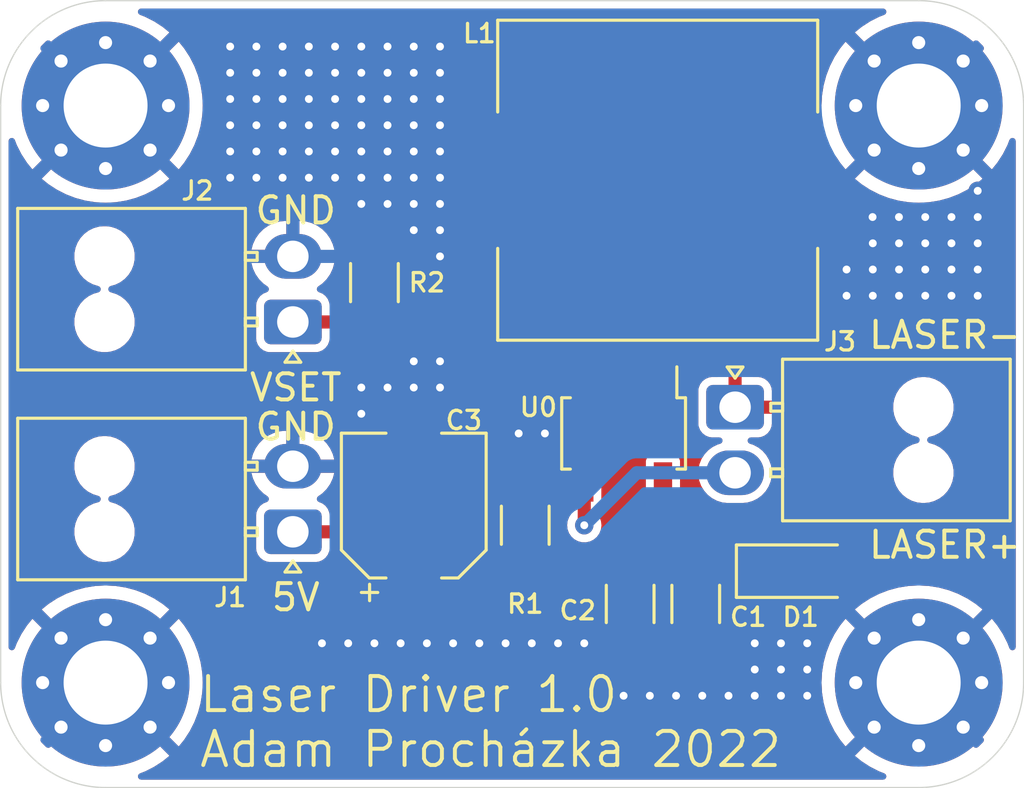
<source format=kicad_pcb>
(kicad_pcb (version 20211014) (generator pcbnew)
  (title_block (title "Laser Driver") (date "2022-08-29") (rev "1") (company "Adam Prochazka VUT FIT"))
  (layers (0 "F.Cu" signal) (31 "B.Cu" power) (34 "B.Paste" user) (35 "F.Paste" user) (36 "B.SilkS" user "B.Silkscreen") (37 "F.SilkS" user "F.Silkscreen") (38 "B.Mask" user) (39 "F.Mask" user) (44 "Edge.Cuts" user))
  (net 0 "")
  (net 1 "+5V")
  (net 2 "GND")
  (net 3 "/VSET")
  (net 4 "/ISENSE")
  (net 5 "Net-(D1-Pad2)")
  (net 6 "Net-(L1-Pad1)")
  (footprint "Capacitor_SMD:C_1206_3216Metric_Pad1.33x1.80mm_HandSolder" (layer "F.Cu") (at 149 93 -90)
    (fp_text reference "C2" (at 0.25 2 -180) (layer "F.SilkS") (effects (font (size 0.7 0.7) (thickness 0.125))))
    (fp_text value "100nF" hide)
    (fp_line (start -0.711252 0.91) (end 0.711252 0.91) (layer "F.SilkS") (width 0.12))
    (fp_line (start -0.711252 -0.91) (end 0.711252 -0.91) (layer "F.SilkS") (width 0.12))
    (pad "1" smd roundrect (at -1.5625 0 270) (size 1.325 1.8) (layers "F.Cu" "F.Paste" "F.Mask") (roundrect_rratio 0.188679) (net 1 "+5V"))
    (pad "2" smd roundrect (at 1.5625 0 270) (size 1.325 1.8) (layers "F.Cu" "F.Paste" "F.Mask") (roundrect_rratio 0.188679) (net 2 "GND"))
  )
  (footprint "Diode_SMD:D_SOD-123F" (layer "F.Cu") (at 155.25 91.75)
    (fp_text reference "D1" (at 0.25 1.75 180) (layer "F.SilkS") (effects (font (size 0.7 0.7) (thickness 0.125))))
    (fp_text value "D_Schottky" hide)
    (fp_line (start -2.2 -1) (end 1.65 -1) (layer "F.SilkS") (width 0.12))
    (fp_line (start -2.2 1) (end 1.65 1) (layer "F.SilkS") (width 0.12))
    (fp_line (start -2.2 -1) (end -2.2 1) (layer "F.SilkS") (width 0.12))
    (pad "1" smd rect (at -1.4 0) (size 1.1 1.1) (layers "F.Cu" "F.Paste" "F.Mask") (net 1 "+5V"))
    (pad "2" smd rect (at 1.4 0) (size 1.1 1.1) (layers "F.Cu" "F.Paste" "F.Mask") (net 5 "Net-(D1-Pad2)"))
  )
  (footprint "Capacitor_SMD:C_1206_3216Metric_Pad1.33x1.80mm_HandSolder" (layer "F.Cu") (at 151.5 93 -90)
    (fp_text reference "C1" (at 0.5 -2 180) (layer "F.SilkS") (effects (font (size 0.7 0.7) (thickness 0.125))))
    (fp_text value "10uF" hide)
    (fp_line (start -0.711252 0.91) (end 0.711252 0.91) (layer "F.SilkS") (width 0.12))
    (fp_line (start -0.711252 -0.91) (end 0.711252 -0.91) (layer "F.SilkS") (width 0.12))
    (pad "1" smd roundrect (at -1.5625 0 270) (size 1.325 1.8) (layers "F.Cu" "F.Paste" "F.Mask") (roundrect_rratio 0.188679) (net 1 "+5V"))
    (pad "2" smd roundrect (at 1.5625 0 270) (size 1.325 1.8) (layers "F.Cu" "F.Paste" "F.Mask") (roundrect_rratio 0.188679) (net 2 "GND"))
  )
  (footprint "Connector_Molex:Molex_Nano-Fit_105313-xx02_1x02_P2.50mm_Horizontal" (layer "F.Cu") (at 136.14 90.25 180)
    (fp_text reference "J1" (at 2.39 -2.5) (layer "F.SilkS") (effects (font (size 0.7 0.7) (thickness 0.125))))
    (fp_text value "POWER" hide)
    (fp_line (start 1.36 2.65) (end 1.81 2.65) (layer "F.SilkS") (width 0.12))
    (fp_line (start 1.36 2.35) (end 1.36 2.65) (layer "F.SilkS") (width 0.12))
    (fp_line (start 1.36 0.15) (end 1.81 0.15) (layer "F.SilkS") (width 0.12))
    (fp_line (start 1.81 2.35) (end 1.36 2.35) (layer "F.SilkS") (width 0.12))
    (fp_line (start 1.81 -0.15) (end 1.36 -0.15) (layer "F.SilkS") (width 0.12))
    (fp_line (start 1.81 4.33) (end 10.49 4.33) (layer "F.SilkS") (width 0.12))
    (fp_line (start 10.49 4.33) (end 10.49 -1.83) (layer "F.SilkS") (width 0.12))
    (fp_line (start 1.36 -0.15) (end 1.36 0.15) (layer "F.SilkS") (width 0.12))
    (fp_line (start 0.3 -1.534264) (end -0.3 -1.534264) (layer "F.SilkS") (width 0.12))
    (fp_line (start 1.81 2.65) (end 1.81 2.35) (layer "F.SilkS") (width 0.12))
    (fp_line (start 0 -1.11) (end 0.3 -1.534264) (layer "F.SilkS") (width 0.12))
    (fp_line (start 1.81 0.15) (end 1.81 -0.15) (layer "F.SilkS") (width 0.12))
    (fp_line (start -0.3 -1.534264) (end 0 -1.11) (layer "F.SilkS") (width 0.12))
    (fp_line (start 1.81 -1.83) (end 1.81 4.33) (layer "F.SilkS") (width 0.12))
    (fp_line (start 10.49 -1.83) (end 1.81 -1.83) (layer "F.SilkS") (width 0.12))
    (pad "" np_thru_hole circle (at 7.18 2.5 180) (size 1.7 1.7) (drill 1.7) (layers *.Cu *.Mask))
    (pad "" np_thru_hole circle (at 7.18 0 180) (size 1.7 1.7) (drill 1.7) (layers *.Cu *.Mask))
    (pad "1" thru_hole roundrect (at 0 0 180) (size 2.2 1.7) (drill 1.2) (layers *.Cu *.Mask) (roundrect_rratio 0.147059) (net 1 "+5V"))
    (pad "2" thru_hole oval (at 0 2.5 180) (size 2.2 1.7) (drill 1.2) (layers *.Cu *.Mask) (net 2 "GND"))
  )
  (footprint "MountingHole:MountingHole_3.2mm_M3_Pad_Via" (layer "F.Cu") (at 129 96)
    (fp_text reference "H2" hide)
    (fp_text value "M3" hide)
    (pad "1" thru_hole circle (at 0 2.4) (size 0.8 0.8) (drill 0.5) (layers *.Cu *.Mask) (net 2 "GND"))
    (pad "1" thru_hole circle (at -2.4 0) (size 0.8 0.8) (drill 0.5) (layers *.Cu *.Mask) (net 2 "GND"))
    (pad "1" thru_hole circle (at 0 0) (size 6.4 6.4) (drill 3.2) (layers *.Cu *.Mask) (net 2 "GND"))
    (pad "1" thru_hole circle (at -1.697056 1.697056) (size 0.8 0.8) (drill 0.5) (layers *.Cu *.Mask) (net 2 "GND"))
    (pad "1" thru_hole circle (at 1.697056 1.697056) (size 0.8 0.8) (drill 0.5) (layers *.Cu *.Mask) (net 2 "GND"))
    (pad "1" thru_hole circle (at -1.697056 -1.697056) (size 0.8 0.8) (drill 0.5) (layers *.Cu *.Mask) (net 2 "GND"))
    (pad "1" thru_hole circle (at 2.4 0) (size 0.8 0.8) (drill 0.5) (layers *.Cu *.Mask) (net 2 "GND"))
    (pad "1" thru_hole circle (at 1.697056 -1.697056) (size 0.8 0.8) (drill 0.5) (layers *.Cu *.Mask) (net 2 "GND"))
    (pad "1" thru_hole circle (at 0 -2.4) (size 0.8 0.8) (drill 0.5) (layers *.Cu *.Mask) (net 2 "GND"))
  )
  (footprint "Resistor_SMD:R_1206_3216Metric_Pad1.30x1.75mm_HandSolder" (layer "F.Cu") (at 145 90 90)
    (fp_text reference "R1" (at -3 0 180) (layer "F.SilkS") (effects (font (size 0.7 0.7) (thickness 0.125))))
    (fp_text value "1.4R" hide)
    (fp_line (start -0.727064 -0.91) (end 0.727064 -0.91) (layer "F.SilkS") (width 0.12))
    (fp_line (start -0.727064 0.91) (end 0.727064 0.91) (layer "F.SilkS") (width 0.12))
    (pad "1" smd roundrect (at -1.55 0 90) (size 1.3 1.75) (layers "F.Cu" "F.Paste" "F.Mask") (roundrect_rratio 0.192308) (net 1 "+5V"))
    (pad "2" smd roundrect (at 1.55 0 90) (size 1.3 1.75) (layers "F.Cu" "F.Paste" "F.Mask") (roundrect_rratio 0.192308) (net 4 "/ISENSE"))
  )
  (footprint "Custom:4800S" (layer "F.Cu") (at 143.95 70.745 180)
    (fp_text reference "L1" (at 0.7 -0.505 unlocked) (layer "F.SilkS") (effects (font (size 0.7 0.7) (thickness 0.125))))
    (fp_text value "33uH" hide)
    (fp_line (start -12.2 -12.2) (end 0 -12.2) (layer "F.SilkS") (width 0.12))
    (fp_line (start -12.2 0) (end -12.2 -3.5) (layer "F.SilkS") (width 0.12))
    (fp_line (start 0 -12.2) (end 0 -8.7) (layer "F.SilkS") (width 0.12))
    (fp_line (start 0 0) (end 0 -3.5) (layer "F.SilkS") (width 0.12))
    (fp_line (start -12.2 -12.2) (end -12.2 -8.7) (layer "F.SilkS") (width 0.12))
    (fp_line (start 0 0) (end -12.2 0) (layer "F.SilkS") (width 0.12))
    (pad "1" smd roundrect (at -1.15 -6.1 180) (size 2.9 5) (layers "F.Cu" "F.Paste" "F.Mask") (net 6 "Net-(L1-Pad1)"))
    (pad "2" smd roundrect (at -10.95 -6.1 180) (size 2.9 5) (layers "F.Cu" "F.Paste" "F.Mask") (net 5 "Net-(D1-Pad2)"))
  )
  (footprint "Package_TO_SOT_SMD:SOT-89-5" (layer "F.Cu") (at 148.75 86.5 -90)
    (fp_text reference "U0" (at -1 3.25 180) (layer "F.SilkS") (effects (font (size 0.7 0.7) (thickness 0.125))))
    (fp_text value "AL8861Y-13" hide)
    (fp_line (start -1.36 -2.36) (end 1.36 -2.36) (layer "F.SilkS") (width 0.12))
    (fp_line (start -1.36 -2.36) (end -1.36 -2.03) (layer "F.SilkS") (width 0.12))
    (fp_line (start -1.36 2.36) (end -1.36 2.03) (layer "F.SilkS") (width 0.12))
    (fp_line (start -2.54 -2.03) (end -1.36 -2.03) (layer "F.SilkS") (width 0.12))
    (fp_line (start 1.36 2.36) (end -1.36 2.36) (layer "F.SilkS") (width 0.12))
    (fp_line (start 1.36 2.03) (end 1.36 2.36) (layer "F.SilkS") (width 0.12))
    (fp_line (start 1.36 -2.36) (end 1.36 -2.03) (layer "F.SilkS") (width 0.12))
    (pad "1" smd rect (at -1.85 -1.5 270) (size 1.5 0.7) (layers "F.Cu" "F.Paste" "F.Mask") (net 6 "Net-(L1-Pad1)"))
    (pad "2" smd custom (at 0 0 270) (size 0.8 2) (layers "F.Cu" "F.Paste" "F.Mask") (net 2 "GND") (options (clearance outline) (anchor rect)) (primitives (gr_poly (pts (xy 0.9 -0.5) (xy 2.6 -0.5) (xy 2.6 0.5) (xy 0.9 0.5) (xy 0.4 1) (xy -0.4 1) (xy -0.9 0.5) (xy -2.6 0.5) (xy -2.6 -0.5) (xy -0.9 -0.5) (xy -0.4 -1) (xy 0.4 -1)) (width 0) (fill yes))))
    (pad "3" smd rect (at -1.85 1.5 270) (size 1.5 0.7) (layers "F.Cu" "F.Paste" "F.Mask") (net 3 "/VSET"))
    (pad "4" smd rect (at 1.85 1.5 270) (size 1.5 0.7) (layers "F.Cu" "F.Paste" "F.Mask") (net 4 "/ISENSE"))
    (pad "5" smd rect (at 1.85 -1.5 270) (size 1.5 0.7) (layers "F.Cu" "F.Paste" "F.Mask") (net 1 "+5V"))
  )
  (footprint "MountingHole:MountingHole_3.2mm_M3_Pad_Via" (layer "F.Cu") (at 160 96)
    (fp_text reference "H3" hide)
    (fp_text value "M3" hide)
    (pad "1" thru_hole circle (at -2.4 0) (size 0.8 0.8) (drill 0.5) (layers *.Cu *.Mask) (net 2 "GND"))
    (pad "1" thru_hole circle (at 0 0) (size 6.4 6.4) (drill 3.2) (layers *.Cu *.Mask) (net 2 "GND"))
    (pad "1" thru_hole circle (at -1.697056 -1.697056) (size 0.8 0.8) (drill 0.5) (layers *.Cu *.Mask) (net 2 "GND"))
    (pad "1" thru_hole circle (at 0 2.4) (size 0.8 0.8) (drill 0.5) (layers *.Cu *.Mask) (net 2 "GND"))
    (pad "1" thru_hole circle (at 2.4 0) (size 0.8 0.8) (drill 0.5) (layers *.Cu *.Mask) (net 2 "GND"))
    (pad "1" thru_hole circle (at -1.697056 1.697056) (size 0.8 0.8) (drill 0.5) (layers *.Cu *.Mask) (net 2 "GND"))
    (pad "1" thru_hole circle (at 1.697056 1.697056) (size 0.8 0.8) (drill 0.5) (layers *.Cu *.Mask) (net 2 "GND"))
    (pad "1" thru_hole circle (at 0 -2.4) (size 0.8 0.8) (drill 0.5) (layers *.Cu *.Mask) (net 2 "GND"))
    (pad "1" thru_hole circle (at 1.697056 -1.697056) (size 0.8 0.8) (drill 0.5) (layers *.Cu *.Mask) (net 2 "GND"))
  )
  (footprint "Connector_Molex:Molex_Nano-Fit_105313-xx02_1x02_P2.50mm_Horizontal" (layer "F.Cu") (at 153 85.5)
    (fp_text reference "J3" (at 4 -2.5) (layer "F.SilkS") (effects (font (size 0.7 0.7) (thickness 0.125))))
    (fp_text value "LASER" hide)
    (fp_line (start 1.81 4.33) (end 10.49 4.33) (layer "F.SilkS") (width 0.12))
    (fp_line (start 1.81 2.65) (end 1.81 2.35) (layer "F.SilkS") (width 0.12))
    (fp_line (start 1.36 -0.15) (end 1.36 0.15) (layer "F.SilkS") (width 0.12))
    (fp_line (start 1.81 -1.83) (end 1.81 4.33) (layer "F.SilkS") (width 0.12))
    (fp_line (start 1.81 2.35) (end 1.36 2.35) (layer "F.SilkS") (width 0.12))
    (fp_line (start 0 -1.11) (end 0.3 -1.534264) (layer "F.SilkS") (width 0.12))
    (fp_line (start 10.49 -1.83) (end 1.81 -1.83) (layer "F.SilkS") (width 0.12))
    (fp_line (start -0.3 -1.534264) (end 0 -1.11) (layer "F.SilkS") (width 0.12))
    (fp_line (start 1.81 -0.15) (end 1.36 -0.15) (layer "F.SilkS") (width 0.12))
    (fp_line (start 1.36 2.65) (end 1.81 2.65) (layer "F.SilkS") (width 0.12))
    (fp_line (start 1.81 0.15) (end 1.81 -0.15) (layer "F.SilkS") (width 0.12))
    (fp_line (start 0.3 -1.534264) (end -0.3 -1.534264) (layer "F.SilkS") (width 0.12))
    (fp_line (start 1.36 0.15) (end 1.81 0.15) (layer "F.SilkS") (width 0.12))
    (fp_line (start 1.36 2.35) (end 1.36 2.65) (layer "F.SilkS") (width 0.12))
    (fp_line (start 10.49 4.33) (end 10.49 -1.83) (layer "F.SilkS") (width 0.12))
    (pad "" np_thru_hole circle (at 7.18 0) (size 1.7 1.7) (drill 1.7) (layers *.Cu *.Mask))
    (pad "" np_thru_hole circle (at 7.18 2.5) (size 1.7 1.7) (drill 1.7) (layers *.Cu *.Mask))
    (pad "1" thru_hole roundrect (at 0 0) (size 2.2 1.7) (drill 1.2) (layers *.Cu *.Mask) (roundrect_rratio 0.147059) (net 5 "Net-(D1-Pad2)"))
    (pad "2" thru_hole oval (at 0 2.5) (size 2.2 1.7) (drill 1.2) (layers *.Cu *.Mask) (net 4 "/ISENSE"))
  )
  (footprint "Capacitor_SMD:CP_Elec_5x5.3" (layer "F.Cu") (at 140.75 89.25 90)
    (fp_text reference "C3" (at 3.25 1.91) (layer "F.SilkS") (effects (font (size 0.7 0.7) (thickness 0.125))))
    (fp_text value "100uF" hide)
    (fp_line (start -2.76 1.695563) (end -1.695563 2.76) (layer "F.SilkS") (width 0.12))
    (fp_line (start -1.695563 -2.76) (end 2.76 -2.76) (layer "F.SilkS") (width 0.12))
    (fp_line (start -2.76 -1.695563) (end -1.695563 -2.76) (layer "F.SilkS") (width 0.12))
    (fp_line (start -3.3125 -1.9975) (end -3.3125 -1.3725) (layer "F.SilkS") (width 0.12))
    (fp_line (start 2.76 -2.76) (end 2.76 -1.06) (layer "F.SilkS") (width 0.12))
    (fp_line (start -2.76 1.695563) (end -2.76 1.06) (layer "F.SilkS") (width 0.12))
    (fp_line (start 2.76 2.76) (end 2.76 1.06) (layer "F.SilkS") (width 0.12))
    (fp_line (start -3.625 -1.685) (end -3 -1.685) (layer "F.SilkS") (width 0.12))
    (fp_line (start -2.76 -1.695563) (end -2.76 -1.06) (layer "F.SilkS") (width 0.12))
    (fp_line (start -1.695563 2.76) (end 2.76 2.76) (layer "F.SilkS") (width 0.12))
    (pad "1" smd roundrect (at -2.2 0 90) (size 3 1.6) (layers "F.Cu" "F.Paste" "F.Mask") (roundrect_rratio 0.15625) (net 1 "+5V"))
    (pad "2" smd roundrect (at 2.2 0 90) (size 3 1.6) (layers "F.Cu" "F.Paste" "F.Mask") (roundrect_rratio 0.15625) (net 2 "GND"))
  )
  (footprint "Resistor_SMD:R_1206_3216Metric_Pad1.30x1.75mm_HandSolder" (layer "F.Cu") (at 139.25 80.75 90)
    (fp_text reference "R2" (at 0 2) (layer "F.SilkS") (effects (font (size 0.7 0.7) (thickness 0.125))))
    (fp_text value "10K" hide)
    (fp_line (start -0.727064 0.91) (end 0.727064 0.91) (layer "F.SilkS") (width 0.12))
    (fp_line (start -0.727064 -0.91) (end 0.727064 -0.91) (layer "F.SilkS") (width 0.12))
    (pad "1" smd roundrect (at -1.55 0 90) (size 1.3 1.75) (layers "F.Cu" "F.Paste" "F.Mask") (roundrect_rratio 0.192308) (net 3 "/VSET"))
    (pad "2" smd roundrect (at 1.55 0 90) (size 1.3 1.75) (layers "F.Cu" "F.Paste" "F.Mask") (roundrect_rratio 0.192308) (net 2 "GND"))
  )
  (footprint "MountingHole:MountingHole_3.2mm_M3_Pad_Via" (layer "F.Cu") (at 160 74)
    (fp_text reference "H4" hide)
    (fp_text value "M3" hide)
    (pad "1" thru_hole circle (at -2.4 0) (size 0.8 0.8) (drill 0.5) (layers *.Cu *.Mask) (net 2 "GND"))
    (pad "1" thru_hole circle (at 1.697056 1.697056) (size 0.8 0.8) (drill 0.5) (layers *.Cu *.Mask) (net 2 "GND"))
    (pad "1" thru_hole circle (at -1.697056 1.697056) (size 0.8 0.8) (drill 0.5) (layers *.Cu *.Mask) (net 2 "GND"))
    (pad "1" thru_hole circle (at 2.4 0) (size 0.8 0.8) (drill 0.5) (layers *.Cu *.Mask) (net 2 "GND"))
    (pad "1" thru_hole circle (at 0 0) (size 6.4 6.4) (drill 3.2) (layers *.Cu *.Mask) (net 2 "GND"))
    (pad "1" thru_hole circle (at 0 2.4) (size 0.8 0.8) (drill 0.5) (layers *.Cu *.Mask) (net 2 "GND"))
    (pad "1" thru_hole circle (at 1.697056 -1.697056) (size 0.8 0.8) (drill 0.5) (layers *.Cu *.Mask) (net 2 "GND"))
    (pad "1" thru_hole circle (at -1.697056 -1.697056) (size 0.8 0.8) (drill 0.5) (layers *.Cu *.Mask) (net 2 "GND"))
    (pad "1" thru_hole circle (at 0 -2.4) (size 0.8 0.8) (drill 0.5) (layers *.Cu *.Mask) (net 2 "GND"))
  )
  (footprint "MountingHole:MountingHole_3.2mm_M3_Pad_Via" (layer "F.Cu") (at 129 74)
    (fp_text reference "H1" hide)
    (fp_text value "M3" hide)
    (pad "1" thru_hole circle (at -2.4 0) (size 0.8 0.8) (drill 0.5) (layers *.Cu *.Mask) (net 2 "GND"))
    (pad "1" thru_hole circle (at -1.697056 1.697056) (size 0.8 0.8) (drill 0.5) (layers *.Cu *.Mask) (net 2 "GND"))
    (pad "1" thru_hole circle (at 0 2.4) (size 0.8 0.8) (drill 0.5) (layers *.Cu *.Mask) (net 2 "GND"))
    (pad "1" thru_hole circle (at 0 -2.4) (size 0.8 0.8) (drill 0.5) (layers *.Cu *.Mask) (net 2 "GND"))
    (pad "1" thru_hole circle (at -1.697056 -1.697056) (size 0.8 0.8) (drill 0.5) (layers *.Cu *.Mask) (net 2 "GND"))
    (pad "1" thru_hole circle (at 0 0) (size 6.4 6.4) (drill 3.2) (layers *.Cu *.Mask) (net 2 "GND"))
    (pad "1" thru_hole circle (at 1.697056 -1.697056) (size 0.8 0.8) (drill 0.5) (layers *.Cu *.Mask) (net 2 "GND"))
    (pad "1" thru_hole circle (at 2.4 0) (size 0.8 0.8) (drill 0.5) (layers *.Cu *.Mask) (net 2 "GND"))
    (pad "1" thru_hole circle (at 1.697056 1.697056) (size 0.8 0.8) (drill 0.5) (layers *.Cu *.Mask) (net 2 "GND"))
  )
  (footprint "Connector_Molex:Molex_Nano-Fit_105313-xx02_1x02_P2.50mm_Horizontal" (layer "F.Cu") (at 136.14 82.25 180)
    (fp_text reference "J2" (at 3.64 5) (layer "F.SilkS") (effects (font (size 0.7 0.7) (thickness 0.125))))
    (fp_text value "VSET" hide)
    (fp_line (start 1.81 2.65) (end 1.81 2.35) (layer "F.SilkS") (width 0.12))
    (fp_line (start 1.81 2.35) (end 1.36 2.35) (layer "F.SilkS") (width 0.12))
    (fp_line (start -0.3 -1.534264) (end 0 -1.11) (layer "F.SilkS") (width 0.12))
    (fp_line (start 1.36 2.65) (end 1.81 2.65) (layer "F.SilkS") (width 0.12))
    (fp_line (start 1.36 2.35) (end 1.36 2.65) (layer "F.SilkS") (width 0.12))
    (fp_line (start 1.36 -0.15) (end 1.36 0.15) (layer "F.SilkS") (width 0.12))
    (fp_line (start 0.3 -1.534264) (end -0.3 -1.534264) (layer "F.SilkS") (width 0.12))
    (fp_line (start 1.36 0.15) (end 1.81 0.15) (layer "F.SilkS") (width 0.12))
    (fp_line (start 1.81 -0.15) (end 1.36 -0.15) (layer "F.SilkS") (width 0.12))
    (fp_line (start 0 -1.11) (end 0.3 -1.534264) (layer "F.SilkS") (width 0.12))
    (fp_line (start 1.81 -1.83) (end 1.81 4.33) (layer "F.SilkS") (width 0.12))
    (fp_line (start 10.49 4.33) (end 10.49 -1.83) (layer "F.SilkS") (width 0.12))
    (fp_line (start 1.81 0.15) (end 1.81 -0.15) (layer "F.SilkS") (width 0.12))
    (fp_line (start 1.81 4.33) (end 10.49 4.33) (layer "F.SilkS") (width 0.12))
    (fp_line (start 10.49 -1.83) (end 1.81 -1.83) (layer "F.SilkS") (width 0.12))
    (pad "" np_thru_hole circle (at 7.18 2.5 180) (size 1.7 1.7) (drill 1.7) (layers *.Cu *.Mask))
    (pad "" np_thru_hole circle (at 7.18 0 180) (size 1.7 1.7) (drill 1.7) (layers *.Cu *.Mask))
    (pad "1" thru_hole roundrect (at 0 0 180) (size 2.2 1.7) (drill 1.2) (layers *.Cu *.Mask) (roundrect_rratio 0.147059) (net 3 "/VSET"))
    (pad "2" thru_hole oval (at 0 2.5 180) (size 2.2 1.7) (drill 1.2) (layers *.Cu *.Mask) (net 2 "GND"))
  )
  (gr_line (start 125 74) (end 125 96) (layer "Edge.Cuts") (width 0.05))
  (gr_arc (start 164 96) (mid 162.828427 98.828427) (end 160 100) (layer "Edge.Cuts") (width 0.05))
  (gr_line (start 160 70) (end 129 70) (layer "Edge.Cuts") (width 0.05))
  (gr_arc (start 125 74) (mid 126.171573 71.171573) (end 129 70) (layer "Edge.Cuts") (width 0.05))
  (gr_arc (start 160 70) (mid 162.828427 71.171573) (end 164 74) (layer "Edge.Cuts") (width 0.05))
  (gr_line (start 164 96) (end 164 74) (layer "Edge.Cuts") (width 0.05))
  (gr_line (start 129 100) (end 160 100) (layer "Edge.Cuts") (width 0.05))
  (gr_arc (start 129 100) (mid 126.171573 98.828427) (end 125 96) (layer "Edge.Cuts") (width 0.05))
  (gr_text "5V" (at 136.25 92.75) (layer "F.SilkS") (effects (font (size 1 1))))
  (gr_text "GND" (at 136.25 86.25) (layer "F.SilkS") (effects (font (size 1 1))))
  (gr_text "VSET" (at 136.25 84.75) (layer "F.SilkS") (effects (font (size 1 1))))
  (gr_text "LASER+" (at 161 90.75) (layer "F.SilkS") (effects (font (size 1 1))))
  (gr_text "Laser Driver 1.0\nAdam Procházka 2022" (at 132.5 97.5) (layer "F.SilkS") (effects (font (size 1.3 1.3)) (justify left)))
  (gr_text "GND" (at 136.25 78) (layer "F.SilkS") (effects (font (size 1 1))))
  (gr_text "LASER-" (at 161 82.75) (layer "F.SilkS") (effects (font (size 1 1))))
  (segment (start 150 90) (end 150.25 89.75) (width 0.5) (layer "F.Cu") (net 1))
  (segment (start 137.75 90.25) (end 139 91.5) (width 0.5) (layer "F.Cu") (net 1))
  (segment (start 150.25 89.75) (end 150.25 88.35) (width 0.5) (layer "F.Cu") (net 1))
  (segment (start 149 90.25) (end 149.25 90) (width 0.5) (layer "F.Cu") (net 1))
  (segment (start 140.75 91.45) (end 141.05 91.75) (width 0.5) (layer "F.Cu") (net 1))
  (segment (start 139 91.5) (end 140.7 91.5) (width 0.5) (layer "F.Cu") (net 1))
  (segment (start 136.14 90.25) (end 137.75 90.25) (width 0.5) (layer "F.Cu") (net 1))
  (segment (start 141.05 91.75) (end 150.5 91.75) (width 0.5) (layer "F.Cu") (net 1))
  (segment (start 140.7 91.5) (end 140.75 91.45) (width 0.5) (layer "F.Cu") (net 1))
  (segment (start 149.25 90) (end 150 90) (width 0.5) (layer "F.Cu") (net 1))
  (segment (start 149 91.4375) (end 149 90.25) (width 0.5) (layer "F.Cu") (net 1))
  (segment (start 150.5 91.75) (end 153.85 91.75) (width 0.5) (layer "F.Cu") (net 1))
  (via (at 160.25 79.25) (size 0.7) (drill 0.3) (layers "F.Cu" "B.Cu") (net 2))
  (via (at 144.75 86.5) (size 0.7) (drill 0.3) (layers "F.Cu" "B.Cu") (net 2))
  (via (at 135.75 71.75) (size 0.7) (drill 0.3) (layers "F.Cu" "B.Cu") (net 2))
  (via (at 160.25 80.25) (size 0.7) (drill 0.3) (layers "F.Cu" "B.Cu") (net 2))
  (via (at 138.75 85.75) (size 0.7) (drill 0.3) (layers "F.Cu" "B.Cu") (net 2))
  (via (at 138.75 71.75) (size 0.7) (drill 0.3) (layers "F.Cu" "B.Cu") (net 2))
  (via (at 134.75 76.75) (size 0.7) (drill 0.3) (layers "F.Cu" "B.Cu") (net 2))
  (via (at 137.75 75.75) (size 0.7) (drill 0.3) (layers "F.Cu" "B.Cu") (net 2))
  (via (at 155.75 95.5) (size 0.7) (drill 0.3) (layers "F.Cu" "B.Cu") (net 2))
  (via (at 150.75 96.5) (size 0.7) (drill 0.3) (layers "F.Cu" "B.Cu") (net 2))
  (via (at 137.75 74.75) (size 0.7) (drill 0.3) (layers "F.Cu" "B.Cu") (net 2))
  (via (at 145.25 94.5) (size 0.7) (drill 0.3) (layers "F.Cu" "B.Cu") (net 2))
  (via (at 161.25 79.25) (size 0.7) (drill 0.3) (layers "F.Cu" "B.Cu") (net 2))
  (via (at 162.25 79.25) (size 0.7) (drill 0.3) (layers "F.Cu" "B.Cu") (net 2))
  (via (at 141.75 79.75) (size 0.7) (drill 0.3) (layers "F.Cu" "B.Cu") (net 2))
  (via (at 154.75 95.5) (size 0.7) (drill 0.3) (layers "F.Cu" "B.Cu") (net 2))
  (via (at 145.75 86.5) (size 0.7) (drill 0.3) (layers "F.Cu" "B.Cu") (net 2))
  (via (at 141.75 76.75) (size 0.7) (drill 0.3) (layers "F.Cu" "B.Cu") (net 2))
  (via (at 157.25 80.25) (size 0.7) (drill 0.3) (layers "F.Cu" "B.Cu") (net 2))
  (via (at 160.25 81.25) (size 0.7) (drill 0.3) (layers "F.Cu" "B.Cu") (net 2))
  (via (at 140.75 72.75) (size 0.7) (drill 0.3) (layers "F.Cu" "B.Cu") (net 2))
  (via (at 158.25 80.25) (size 0.7) (drill 0.3) (layers "F.Cu" "B.Cu") (net 2))
  (via (at 162.25 81.25) (size 0.7) (drill 0.3) (layers "F.Cu" "B.Cu") (net 2))
  (via (at 148.75 96.5) (size 0.7) (drill 0.3) (layers "F.Cu" "B.Cu") (net 2))
  (via (at 158.25 79.25) (size 0.7) (drill 0.3) (layers "F.Cu" "B.Cu") (net 2))
  (via (at 141.75 72.75) (size 0.7) (drill 0.3) (layers "F.Cu" "B.Cu") (net 2))
  (via (at 135.75 76.75) (size 0.7) (drill 0.3) (layers "F.Cu" "B.Cu") (net 2))
  (via (at 138.75 74.75) (size 0.7) (drill 0.3) (layers "F.Cu" "B.Cu") (net 2))
  (via (at 141.25 94.5) (size 0.7) (drill 0.3) (layers "F.Cu" "B.Cu") (net 2))
  (via (at 133.75 76.75) (size 0.7) (drill 0.3) (layers "F.Cu" "B.Cu") (net 2))
  (via (at 139.75 73.75) (size 0.7) (drill 0.3) (layers "F.Cu" "B.Cu") (net 2))
  (via (at 147.25 94.5) (size 0.7) (drill 0.3) (layers "F.Cu" "B.Cu") (net 2))
  (via (at 159.25 79.25) (size 0.7) (drill 0.3) (layers "F.Cu" "B.Cu") (net 2))
  (via (at 137.75 76.75) (size 0.7) (drill 0.3) (layers "F.Cu" "B.Cu") (net 2))
  (via (at 161.25 80.25) (size 0.7) (drill 0.3) (layers "F.Cu" "B.Cu") (net 2))
  (via (at 161.25 81.25) (size 0.7) (drill 0.3) (layers "F.Cu" "B.Cu") (net 2))
  (via (at 149.75 96.5) (size 0.7) (drill 0.3) (layers "F.Cu" "B.Cu") (net 2))
  (via (at 140.75 76.75) (size 0.7) (drill 0.3) (layers "F.Cu" "B.Cu") (net 2))
  (via (at 146.25 94.5) (size 0.7) (drill 0.3) (layers "F.Cu" "B.Cu") (net 2))
  (via (at 139.75 75.75) (size 0.7) (drill 0.3) (layers "F.Cu" "B.Cu") (net 2))
  (via (at 139.75 72.75) (size 0.7) (drill 0.3) (layers "F.Cu" "B.Cu") (net 2))
  (via (at 137.75 73.75) (size 0.7) (drill 0.3) (layers "F.Cu" "B.Cu") (net 2))
  (via (at 140.75 73.75) (size 0.7) (drill 0.3) (layers "F.Cu" "B.Cu") (net 2))
  (via (at 162.25 80.25) (size 0.7) (drill 0.3) (layers "F.Cu" "B.Cu") (net 2))
  (via (at 140.75 71.75) (size 0.7) (drill 0.3) (layers "F.Cu" "B.Cu") (net 2))
  (via (at 134.75 72.75) (size 0.7) (drill 0.3) (layers "F.Cu" "B.Cu") (net 2))
  (via (at 154.75 94.5) (size 0.7) (drill 0.3) (layers "F.Cu" "B.Cu") (net 2))
  (via (at 162.25 77.25) (size 0.7) (drill 0.3) (layers "F.Cu" "B.Cu") (net 2))
  (via (at 133.75 74.75) (size 0.7) (drill 0.3) (layers "F.Cu" "B.Cu") (net 2))
  (via (at 143.25 94.5) (size 0.7) (drill 0.3) (layers "F.Cu" "B.Cu") (net 2))
  (via (at 133.75 75.75) (size 0.7) (drill 0.3) (layers "F.Cu" "B.Cu") (net 2))
  (via (at 138.75 75.75) (size 0.7) (drill 0.3) (layers "F.Cu" "B.Cu") (net 2))
  (via (at 136.75 71.75) (size 0.7) (drill 0.3) (layers "F.Cu" "B.Cu") (net 2))
  (via (at 134.75 75.75) (size 0.7) (drill 0.3) (layers "F.Cu" "B.Cu") (net 2))
  (via (at 138.75 84.75) (size 0.7) (drill 0.3) (layers "F.Cu" "B.Cu") (net 2))
  (via (at 136.75 74.75) (size 0.7) (drill 0.3) (layers "F.Cu" "B.Cu") (net 2))
  (via (at 138.75 73.75) (size 0.7) (drill 0.3) (layers "F.Cu" "B.Cu") (net 2))
  (via (at 133.75 73.75) (size 0.7) (drill 0.3) (layers "F.Cu" "B.Cu") (net 2))
  (via (at 141.75 73.75) (size 0.7) (drill 0.3) (layers "F.Cu" "B.Cu") (net 2))
  (via (at 134.75 71.75) (size 0.7) (drill 0.3) (layers "F.Cu" "B.Cu") (net 2))
  (via (at 158.241562 78.249763) (size 0.7) (drill 0.3) (layers "F.Cu" "B.Cu") (net 2))
  (via (at 136.75 72.75) (size 0.7) (drill 0.3) (layers "F.Cu" "B.Cu") (net 2))
  (via (at 135.75 75.75) (size 0.7) (drill 0.3) (layers "F.Cu" "B.Cu") (net 2))
  (via (at 135.75 74.75) (size 0.7) (drill 0.3) (layers "F.Cu" "B.Cu") (net 2))
  (via (at 139.75 74.75) (size 0.7) (drill 0.3) (layers "F.Cu" "B.Cu") (net 2))
  (via (at 138.75 77.75) (size 0.7) (drill 0.3) (layers "F.Cu" "B.Cu") (net 2))
  (via (at 141.75 84.75) (size 0.7) (drill 0.3) (layers "F.Cu" "B.Cu") (net 2))
  (via (at 138.25 94.5) (size 0.7) (drill 0.3) (layers "F.Cu" "B.Cu") (net 2))
  (via (at 138.75 72.75) (size 0.7) (drill 0.3) (layers "F.Cu" "B.Cu") (net 2))
  (via (at 140.75 74.75) (size 0.7) (drill 0.3) (layers "F.Cu" "B.Cu") (net 2))
  (via (at 141.75 78.75) (size 0.7) (drill 0.3) (layers "F.Cu" "B.Cu") (net 2))
  (via (at 140.75 77.75) (size 0.7) (drill 0.3) (layers "F.Cu" "B.Cu") (net 2))
  (via (at 141.75 75.75) (size 0.7) (drill 0.3) (layers "F.Cu" "B.Cu") (net 2))
  (via (at 155.75 96.5) (size 0.7) (drill 0.3) (layers "F.Cu" "B.Cu") (net 2))
  (via (at 136.75 76.75) (size 0.7) (drill 0.3) (layers "F.Cu" "B.Cu") (net 2))
  (via (at 133.75 71.75) (size 0.7) (drill 0.3) (layers "F.Cu" "B.Cu") (net 2))
  (via (at 133.75 72.75) (size 0.7) (drill 0.3) (layers "F.Cu" "B.Cu") (net 2))
  (via (at 141.75 77.75) (size 0.7) (drill 0.3) (layers "F.Cu" "B.Cu") (net 2))
  (via (at 142.25 94.5) (size 0.7) (drill 0.3) (layers "F.Cu" "B.Cu") (net 2))
  (via (at 138.75 76.75) (size 0.7) (drill 0.3) (layers "F.Cu" "B.Cu") (net 2))
  (via (at 162.25 78.25) (size 0.7) (drill 0.3) (layers "F.Cu" "B.Cu") (net 2))
  (via (at 137.75 71.75) (size 0.7) (drill 0.3) (layers "F.Cu" "B.Cu") (net 2))
  (via (at 136.75 75.75) (size 0.7) (drill 0.3) (layers "F.Cu" "B.Cu") (net 2))
  (via (at 160.25 78.25) (size 0.7) (drill 0.3) (layers "F.Cu" "B.Cu") (net 2))
  (via (at 140.75 75.75) (size 0.7) (drill 0.3) (layers "F.Cu" "B.Cu") (net 2))
  (via (at 136.75 73.75) (size 0.7) (drill 0.3) (layers "F.Cu" "B.Cu") (net 2))
  (via (at 140.75 84.75) (size 0.7) (drill 0.3) (layers "F.Cu" "B.Cu") (net 2))
  (via (at 153.75 94.5) (size 0.7) (drill 0.3) (layers "F.Cu" "B.Cu") (net 2))
  (via (at 134.75 74.75) (size 0.7) (drill 0.3) (layers "F.Cu" "B.Cu") (net 2))
  (via (at 153.75 96.5) (size 0.7) (drill 0.3) (layers "F.Cu" "B.Cu") (net 2))
  (via (at 154.75 96.5) (size 0.7) (drill 0.3) (layers "F.Cu" "B.Cu") (net 2))
  (via (at 161.25 78.25) (size 0.7) (drill 0.3) (layers "F.Cu" "B.Cu") (net 2))
  (via (at 159.25 80.25) (size 0.7) (drill 0.3) (layers "F.Cu" "B.Cu") (net 2))
  (via (at 135.75 72.75) (size 0.7) (drill 0.3) (layers "F.Cu" "B.Cu") (net 2))
  (via (at 137.25 94.5) (size 0.7) (drill 0.3) (layers "F.Cu" "B.Cu") (net 2))
  (via (at 158.25 81.25) (size 0.7) (drill 0.3) (layers "F.Cu" "B.Cu") (net 2))
  (via (at 153.75 95.5) (size 0.7) (drill 0.3) (layers "F.Cu" "B.Cu") (net 2))
  (via (at 155.75 94.5) (size 0.7) (drill 0.3) (layers "F.Cu" "B.Cu") (net 2))
  (via (at 144.25 94.5) (size 0.7) (drill 0.3) (layers "F.Cu" "B.Cu") (net 2))
  (via (at 141.75 71.75) (size 0.7) (drill 0.3) (layers "F.Cu" "B.Cu") (net 2))
  (via (at 137.75 72.75) (size 0.7) (drill 0.3) (layers "F.Cu" "B.Cu") (net 2))
  (via (at 159.25 81.25) (size 0.7) (drill 0.3) (layers "F.Cu" "B.Cu") (net 2))
  (via (at 159.247187 78.249763) (size 0.7) (drill 0.3) (layers "F.Cu" "B.Cu") (net 2))
  (via (at 141.75 74.75) (size 0.7) (drill 0.3) (layers "F.Cu" "B.Cu") (net 2))
  (via (at 157.25 81.25) (size 0.7) (drill 0.3) (layers "F.Cu" "B.Cu") (net 2))
  (via (at 140.75 83.75) (size 0.7) (drill 0.3) (layers "F.Cu" "B.Cu") (net 2))
  (via (at 134.75 73.75) (size 0.7) (drill 0.3) (layers "F.Cu" "B.Cu") (net 2))
  (via (at 152.75 96.5) (size 0.7) (drill 0.3) (layers "F.Cu" "B.Cu") (net 2))
  (via (at 139.25 94.5) (size 0.7) (drill 0.3) (layers "F.Cu" "B.Cu") (net 2))
  (via (at 141.75 83.75) (size 0.7) (drill 0.3) (layers "F.Cu" "B.Cu") (net 2))
  (via (at 139.75 77.75) (size 0.7) (drill 0.3) (layers "F.Cu" "B.Cu") (net 2))
  (via (at 151.75 96.5) (size 0.7) (drill 0.3) (layers "F.Cu" "B.Cu") (net 2))
  (via (at 139.75 84.75) (size 0.7) (drill 0.3) (layers "F.Cu" "B.Cu") (net 2))
  (via (at 139.75 76.75) (size 0.7) (drill 0.3) (layers "F.Cu" "B.Cu") (net 2))
  (via (at 140.25 94.5) (size 0.7) (drill 0.3) (layers "F.Cu" "B.Cu") (net 2))
  (via (at 139.75 71.75) (size 0.7) (drill 0.3) (layers "F.Cu" "B.Cu") (net 2))
  (via (at 135.75 73.75) (size 0.7) (drill 0.3) (layers "F.Cu" "B.Cu") (net 2))
  (via (at 140.75 78.75) (size 0.7) (drill 0.3) (layers "F.Cu" "B.Cu") (net 2))
  (segment (start 144.65 84.65) (end 147.25 84.65) (width 0.5) (layer "F.Cu") (net 3))
  (segment (start 139.25 82.55) (end 139.3 82.5) (width 0.5) (layer "F.Cu") (net 3))
  (segment (start 142.25 82.25) (end 144.65 84.65) (width 0.5) (layer "F.Cu") (net 3))
  (segment (start 139.2 82.25) (end 139.25 82.3) (width 0.5) (layer "F.Cu") (net 3))
  (segment (start 139.2 82.5) (end 139.25 82.55) (width 0.5) (layer "F.Cu") (net 3))
  (segment (start 139.25 82.3) (end 139.3 82.25) (width 0.5) (layer "F.Cu") (net 3))
  (segment (start 136.14 82.25) (end 139.2 82.25) (width 0.5) (layer "F.Cu") (net 3))
  (segment (start 139.3 82.25) (end 142.25 82.25) (width 0.5) (layer "F.Cu") (net 3))
  (segment (start 147.25 90) (end 147.25 88.35) (width 0.5) (layer "F.Cu") (net 4))
  (segment (start 145.1 88.35) (end 145 88.45) (width 0.5) (layer "F.Cu") (net 4))
  (segment (start 147.25 88.35) (end 145.1 88.35) (width 0.5) (layer "F.Cu") (net 4))
  (via (at 147.25 90) (size 0.7) (drill 0.3) (layers "F.Cu" "B.Cu") (net 4))
  (segment (start 149.25 88) (end 147.25 90) (width 0.5) (layer "B.Cu") (net 4))
  (segment (start 153 88) (end 149.25 88) (width 0.5) (layer "B.Cu") (net 4))
  (segment (start 155 81.5) (end 155 76.945) (width 0.5) (layer "F.Cu") (net 5))
  (segment (start 155 76.945) (end 154.9 76.845) (width 0.5) (layer "F.Cu") (net 5))
  (segment (start 153 85.5) (end 153 83.5) (width 0.5) (layer "F.Cu") (net 5))
  (segment (start 155 85.5) (end 156.65 87.15) (width 0.5) (layer "F.Cu") (net 5))
  (segment (start 156.65 87.15) (end 156.65 91.75) (width 0.5) (layer "F.Cu") (net 5))
  (segment (start 153 83.5) (end 155 81.5) (width 0.5) (layer "F.Cu") (net 5))
  (segment (start 153 85.5) (end 155 85.5) (width 0.5) (layer "F.Cu") (net 5))
  (segment (start 150.25 78.75) (end 150.25 84.65) (width 0.5) (layer "F.Cu") (net 6))
  (segment (start 145.195 76.75) (end 148.25 76.75) (width 0.5) (layer "F.Cu") (net 6))
  (segment (start 148.25 76.75) (end 150.25 78.75) (width 0.5) (layer "F.Cu") (net 6))
  (zone (net 2) (net_name "GND") (layers F&B.Cu) (connect_pads (clearance 0.3)) (min_thickness 0.25) (fill yes (thermal_gap 0.5) (thermal_bridge_width 0.5))
    (polygon (pts (xy 164 100) (xy 125 100) (xy 125 70) (xy 164 70)))
  )
)
</source>
